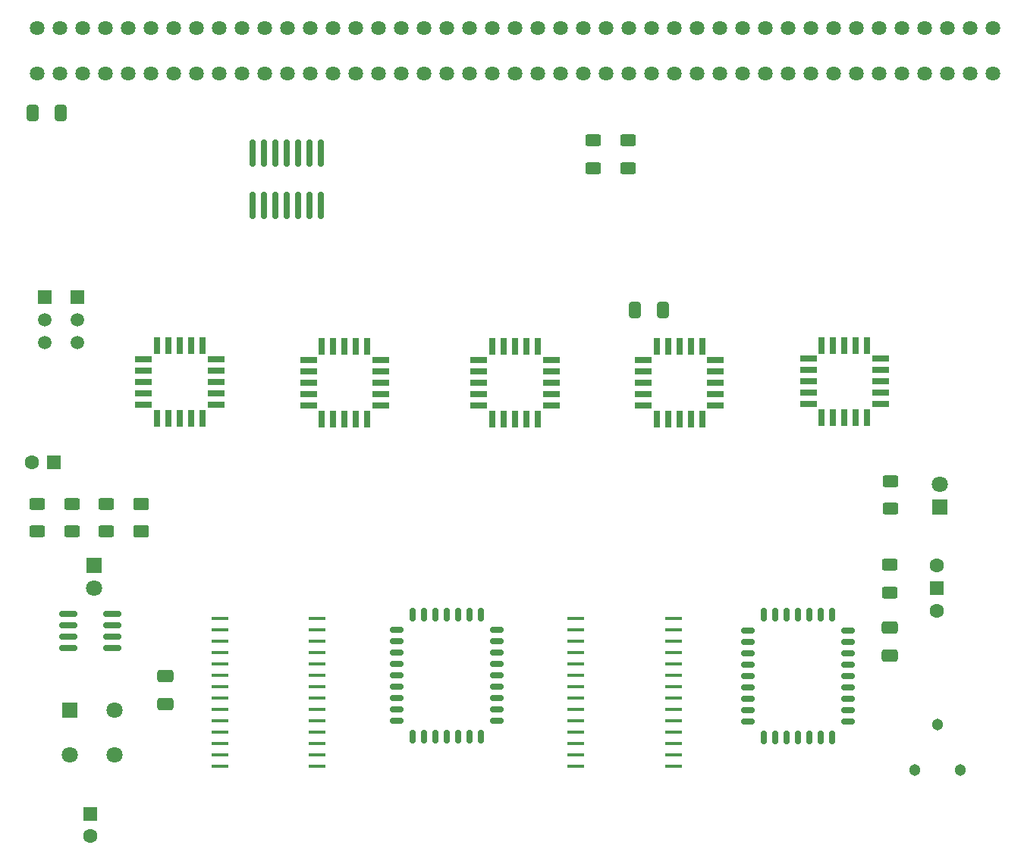
<source format=gbr>
%TF.GenerationSoftware,KiCad,Pcbnew,8.0.3*%
%TF.CreationDate,2024-09-18T06:56:09+02:00*%
%TF.ProjectId,ARIII,41524949-492e-46b6-9963-61645f706362,rev?*%
%TF.SameCoordinates,Original*%
%TF.FileFunction,Soldermask,Top*%
%TF.FilePolarity,Negative*%
%FSLAX46Y46*%
G04 Gerber Fmt 4.6, Leading zero omitted, Abs format (unit mm)*
G04 Created by KiCad (PCBNEW 8.0.3) date 2024-09-18 06:56:09*
%MOMM*%
%LPD*%
G01*
G04 APERTURE LIST*
G04 Aperture macros list*
%AMRoundRect*
0 Rectangle with rounded corners*
0 $1 Rounding radius*
0 $2 $3 $4 $5 $6 $7 $8 $9 X,Y pos of 4 corners*
0 Add a 4 corners polygon primitive as box body*
4,1,4,$2,$3,$4,$5,$6,$7,$8,$9,$2,$3,0*
0 Add four circle primitives for the rounded corners*
1,1,$1+$1,$2,$3*
1,1,$1+$1,$4,$5*
1,1,$1+$1,$6,$7*
1,1,$1+$1,$8,$9*
0 Add four rect primitives between the rounded corners*
20,1,$1+$1,$2,$3,$4,$5,0*
20,1,$1+$1,$4,$5,$6,$7,0*
20,1,$1+$1,$6,$7,$8,$9,0*
20,1,$1+$1,$8,$9,$2,$3,0*%
G04 Aperture macros list end*
%ADD10C,1.303000*%
%ADD11R,1.500000X1.500000*%
%ADD12C,1.600000*%
%ADD13C,1.500000*%
%ADD14R,1.600000X1.600000*%
%ADD15R,1.800000X1.800000*%
%ADD16C,1.800000*%
%ADD17RoundRect,0.150000X-0.150000X-0.587500X0.150000X-0.587500X0.150000X0.587500X-0.150000X0.587500X0*%
%ADD18RoundRect,0.150000X-0.587500X-0.150000X0.587500X-0.150000X0.587500X0.150000X-0.587500X0.150000X0*%
%ADD19R,0.700000X1.925000*%
%ADD20R,1.925000X0.700000*%
%ADD21RoundRect,0.250000X-0.625000X0.400000X-0.625000X-0.400000X0.625000X-0.400000X0.625000X0.400000X0*%
%ADD22RoundRect,0.250000X-0.650000X0.412500X-0.650000X-0.412500X0.650000X-0.412500X0.650000X0.412500X0*%
%ADD23C,1.635000*%
%ADD24R,1.981200X0.457200*%
%ADD25RoundRect,0.250000X0.412500X0.650000X-0.412500X0.650000X-0.412500X-0.650000X0.412500X-0.650000X0*%
%ADD26RoundRect,0.150000X-0.150000X1.350000X-0.150000X-1.350000X0.150000X-1.350000X0.150000X1.350000X0*%
%ADD27RoundRect,0.150000X-0.825000X-0.150000X0.825000X-0.150000X0.825000X0.150000X-0.825000X0.150000X0*%
%ADD28RoundRect,0.250001X0.624999X-0.462499X0.624999X0.462499X-0.624999X0.462499X-0.624999X-0.462499X0*%
G04 APERTURE END LIST*
D10*
%TO.C,VR1*%
X191090000Y-122080000D03*
X188550000Y-117000000D03*
X186010000Y-122080000D03*
%TD*%
D11*
%TO.C,SW2*%
X188500000Y-101690000D03*
D12*
X188500000Y-104230000D03*
X188500000Y-99150000D03*
%TD*%
D11*
%TO.C,Q2*%
X88900000Y-69200000D03*
D13*
X88900000Y-71740000D03*
X88900000Y-74280000D03*
%TD*%
D14*
%TO.C,C1*%
X94000000Y-126944888D03*
D12*
X94000000Y-129444888D03*
%TD*%
D15*
%TO.C,D2*%
X94450000Y-99225000D03*
D16*
X94450000Y-101765000D03*
%TD*%
D17*
%TO.C,U9*%
X133800000Y-104662500D03*
X132530000Y-104662500D03*
X131260000Y-104662500D03*
X129990000Y-104662500D03*
D18*
X128237500Y-106420000D03*
X128237500Y-107690000D03*
X128237500Y-108960000D03*
X128237500Y-110230000D03*
X128237500Y-111500000D03*
X128237500Y-112770000D03*
X128237500Y-114040000D03*
X128237500Y-115310000D03*
X128237500Y-116580000D03*
D17*
X129990000Y-118337500D03*
X131260000Y-118337500D03*
X132530000Y-118337500D03*
X133800000Y-118337500D03*
X135070000Y-118337500D03*
X136340000Y-118337500D03*
X137610000Y-118337500D03*
D18*
X139362500Y-116580000D03*
X139362500Y-115310000D03*
X139362500Y-114040000D03*
X139362500Y-112770000D03*
X139362500Y-111500000D03*
X139362500Y-110230000D03*
X139362500Y-108960000D03*
X139362500Y-107690000D03*
X139362500Y-106420000D03*
D17*
X137610000Y-104662500D03*
X136340000Y-104662500D03*
X135070000Y-104662500D03*
%TD*%
D11*
%TO.C,Q1*%
X92600000Y-69200000D03*
D13*
X92600000Y-71740000D03*
X92600000Y-74280000D03*
%TD*%
D19*
%TO.C,U4*%
X122400000Y-74697500D03*
X121130000Y-74697500D03*
X119860000Y-74697500D03*
D20*
X118347500Y-76210000D03*
X118347500Y-77480000D03*
X118347500Y-78750000D03*
X118347500Y-80020000D03*
X118347500Y-81290000D03*
D19*
X119860000Y-82802500D03*
X121130000Y-82802500D03*
X122400000Y-82802500D03*
X123670000Y-82802500D03*
X124940000Y-82802500D03*
D20*
X126452500Y-81290000D03*
X126452500Y-80020000D03*
X126452500Y-78750000D03*
X126452500Y-77480000D03*
X126452500Y-76210000D03*
D19*
X124940000Y-74697500D03*
X123670000Y-74697500D03*
%TD*%
D15*
%TO.C,SW1*%
X91677500Y-115377500D03*
D16*
X96677500Y-115377500D03*
X91677500Y-120377500D03*
X96677500Y-120377500D03*
%TD*%
D21*
%TO.C,R3*%
X183300000Y-89750000D03*
X183300000Y-92850000D03*
%TD*%
D22*
%TO.C,C2*%
X102400000Y-111587500D03*
X102400000Y-114712500D03*
%TD*%
D23*
%TO.C,CN1*%
X88060000Y-39120000D03*
X88060000Y-44200000D03*
X90600000Y-39120000D03*
X90600000Y-44200000D03*
X93140000Y-39120000D03*
X93140000Y-44200000D03*
X95680000Y-39120000D03*
X95680000Y-44200000D03*
X98220000Y-39120000D03*
X98220000Y-44200000D03*
X100760000Y-39120000D03*
X100760000Y-44200000D03*
X103300000Y-39120000D03*
X103300000Y-44200000D03*
X105840000Y-39120000D03*
X105840000Y-44200000D03*
X108380000Y-39120000D03*
X108380000Y-44200000D03*
X110920000Y-39120000D03*
X110920000Y-44200000D03*
X113460000Y-39120000D03*
X113460000Y-44200000D03*
X116000000Y-39120000D03*
X116000000Y-44200000D03*
X118540000Y-39120000D03*
X118540000Y-44200000D03*
X121080000Y-39120000D03*
X121080000Y-44200000D03*
X123620000Y-39120000D03*
X123620000Y-44200000D03*
X126160000Y-39120000D03*
X126160000Y-44200000D03*
X128700000Y-39120000D03*
X128700000Y-44200000D03*
X131240000Y-39120000D03*
X131240000Y-44200000D03*
X133780000Y-39120000D03*
X133780000Y-44200000D03*
X136320000Y-39120000D03*
X136320000Y-44200000D03*
X138860000Y-39120000D03*
X138860000Y-44200000D03*
X141400000Y-39120000D03*
X141400000Y-44200000D03*
X143940000Y-39120000D03*
X143940000Y-44200000D03*
X146480000Y-39120000D03*
X146480000Y-44200000D03*
X149020000Y-39120000D03*
X149020000Y-44200000D03*
X151560000Y-39120000D03*
X151560000Y-44200000D03*
X154100000Y-39120000D03*
X154100000Y-44200000D03*
X156640000Y-39120000D03*
X156640000Y-44200000D03*
X159180000Y-39120000D03*
X159180000Y-44200000D03*
X161720000Y-39120000D03*
X161720000Y-44200000D03*
X164260000Y-39120000D03*
X164260000Y-44200000D03*
X166800000Y-39120000D03*
X166800000Y-44200000D03*
X169340000Y-39120000D03*
X169340000Y-44200000D03*
X171880000Y-39120000D03*
X171880000Y-44200000D03*
X174420000Y-39120000D03*
X174420000Y-44200000D03*
X176960000Y-39120000D03*
X176960000Y-44200000D03*
X179500000Y-39120000D03*
X179500000Y-44200000D03*
X182040000Y-39120000D03*
X182040000Y-44200000D03*
X184580000Y-39120000D03*
X184580000Y-44200000D03*
X187120000Y-39120000D03*
X187120000Y-44200000D03*
X189660000Y-39120000D03*
X189660000Y-44200000D03*
X192200000Y-39120000D03*
X192200000Y-44200000D03*
X194740000Y-39120000D03*
X194740000Y-44200000D03*
%TD*%
D24*
%TO.C,U8*%
X148227100Y-105145000D03*
X148227100Y-106415000D03*
X148227100Y-107685000D03*
X148227100Y-108955000D03*
X148227100Y-110225000D03*
X148227100Y-111495000D03*
X148227100Y-112765000D03*
X148227100Y-114035000D03*
X148227100Y-115305000D03*
X148227100Y-116575000D03*
X148227100Y-117845000D03*
X148227100Y-119115000D03*
X148227100Y-120385000D03*
X148227100Y-121655000D03*
X159072900Y-121655000D03*
X159072900Y-120385000D03*
X159072900Y-119115000D03*
X159072900Y-117845000D03*
X159072900Y-116575000D03*
X159072900Y-115305000D03*
X159072900Y-114035000D03*
X159072900Y-112765000D03*
X159072900Y-111495000D03*
X159072900Y-110225000D03*
X159072900Y-108955000D03*
X159072900Y-107685000D03*
X159072900Y-106415000D03*
X159072900Y-105145000D03*
%TD*%
D21*
%TO.C,R1*%
X154050000Y-51700000D03*
X154050000Y-54800000D03*
%TD*%
D25*
%TO.C,C4*%
X157912500Y-70650000D03*
X154787500Y-70650000D03*
%TD*%
D21*
%TO.C,R6*%
X91950000Y-92300000D03*
X91950000Y-95400000D03*
%TD*%
D14*
%TO.C,C6*%
X89950000Y-87650000D03*
D12*
X87450000Y-87650000D03*
%TD*%
D19*
%TO.C,U3*%
X141400000Y-74697500D03*
X140130000Y-74697500D03*
X138860000Y-74697500D03*
D20*
X137347500Y-76210000D03*
X137347500Y-77480000D03*
X137347500Y-78750000D03*
X137347500Y-80020000D03*
X137347500Y-81290000D03*
D19*
X138860000Y-82802500D03*
X140130000Y-82802500D03*
X141400000Y-82802500D03*
X142670000Y-82802500D03*
X143940000Y-82802500D03*
D20*
X145452500Y-81290000D03*
X145452500Y-80020000D03*
X145452500Y-78750000D03*
X145452500Y-77480000D03*
X145452500Y-76210000D03*
D19*
X143940000Y-74697500D03*
X142670000Y-74697500D03*
%TD*%
D15*
%TO.C,D1*%
X188850000Y-92700000D03*
D16*
X188850000Y-90160000D03*
%TD*%
D19*
%TO.C,U1*%
X178200000Y-74597500D03*
X176930000Y-74597500D03*
X175660000Y-74597500D03*
D20*
X174147500Y-76110000D03*
X174147500Y-77380000D03*
X174147500Y-78650000D03*
X174147500Y-79920000D03*
X174147500Y-81190000D03*
D19*
X175660000Y-82702500D03*
X176930000Y-82702500D03*
X178200000Y-82702500D03*
X179470000Y-82702500D03*
X180740000Y-82702500D03*
D20*
X182252500Y-81190000D03*
X182252500Y-79920000D03*
X182252500Y-78650000D03*
X182252500Y-77380000D03*
X182252500Y-76110000D03*
D19*
X180740000Y-74597500D03*
X179470000Y-74597500D03*
%TD*%
%TO.C,U5*%
X104000000Y-74647500D03*
X102730000Y-74647500D03*
X101460000Y-74647500D03*
D20*
X99947500Y-76160000D03*
X99947500Y-77430000D03*
X99947500Y-78700000D03*
X99947500Y-79970000D03*
X99947500Y-81240000D03*
D19*
X101460000Y-82752500D03*
X102730000Y-82752500D03*
X104000000Y-82752500D03*
X105270000Y-82752500D03*
X106540000Y-82752500D03*
D20*
X108052500Y-81240000D03*
X108052500Y-79970000D03*
X108052500Y-78700000D03*
X108052500Y-77430000D03*
X108052500Y-76160000D03*
D19*
X106540000Y-74647500D03*
X105270000Y-74647500D03*
%TD*%
D22*
%TO.C,C3*%
X183200000Y-106137500D03*
X183200000Y-109262500D03*
%TD*%
D26*
%TO.C,U6*%
X119760000Y-53100000D03*
X118490000Y-53100000D03*
X117220000Y-53100000D03*
X115950000Y-53100000D03*
X114680000Y-53100000D03*
X113410000Y-53100000D03*
X112140000Y-53100000D03*
X112140000Y-59000000D03*
X113410000Y-59000000D03*
X114680000Y-59000000D03*
X115950000Y-59000000D03*
X117220000Y-59000000D03*
X118490000Y-59000000D03*
X119760000Y-59000000D03*
%TD*%
D27*
%TO.C,U11*%
X91525000Y-104645000D03*
X91525000Y-105915000D03*
X91525000Y-107185000D03*
X91525000Y-108455000D03*
X96475000Y-108455000D03*
X96475000Y-107185000D03*
X96475000Y-105915000D03*
X96475000Y-104645000D03*
%TD*%
D21*
%TO.C,R7*%
X88100000Y-92300000D03*
X88100000Y-95400000D03*
%TD*%
D28*
%TO.C,D3*%
X99700000Y-95337500D03*
X99700000Y-92362500D03*
%TD*%
D21*
%TO.C,R4*%
X183200000Y-99100000D03*
X183200000Y-102200000D03*
%TD*%
%TO.C,R2*%
X150150000Y-51700000D03*
X150150000Y-54800000D03*
%TD*%
D17*
%TO.C,U7*%
X173000000Y-104712500D03*
X171730000Y-104712500D03*
X170460000Y-104712500D03*
X169190000Y-104712500D03*
D18*
X167437500Y-106470000D03*
X167437500Y-107740000D03*
X167437500Y-109010000D03*
X167437500Y-110280000D03*
X167437500Y-111550000D03*
X167437500Y-112820000D03*
X167437500Y-114090000D03*
X167437500Y-115360000D03*
X167437500Y-116630000D03*
D17*
X169190000Y-118387500D03*
X170460000Y-118387500D03*
X171730000Y-118387500D03*
X173000000Y-118387500D03*
X174270000Y-118387500D03*
X175540000Y-118387500D03*
X176810000Y-118387500D03*
D18*
X178562500Y-116630000D03*
X178562500Y-115360000D03*
X178562500Y-114090000D03*
X178562500Y-112820000D03*
X178562500Y-111550000D03*
X178562500Y-110280000D03*
X178562500Y-109010000D03*
X178562500Y-107740000D03*
X178562500Y-106470000D03*
D17*
X176810000Y-104712500D03*
X175540000Y-104712500D03*
X174270000Y-104712500D03*
%TD*%
D19*
%TO.C,U2*%
X159750000Y-74697500D03*
X158480000Y-74697500D03*
X157210000Y-74697500D03*
D20*
X155697500Y-76210000D03*
X155697500Y-77480000D03*
X155697500Y-78750000D03*
X155697500Y-80020000D03*
X155697500Y-81290000D03*
D19*
X157210000Y-82802500D03*
X158480000Y-82802500D03*
X159750000Y-82802500D03*
X161020000Y-82802500D03*
X162290000Y-82802500D03*
D20*
X163802500Y-81290000D03*
X163802500Y-80020000D03*
X163802500Y-78750000D03*
X163802500Y-77480000D03*
X163802500Y-76210000D03*
D19*
X162290000Y-74697500D03*
X161020000Y-74697500D03*
%TD*%
D25*
%TO.C,C5*%
X90712500Y-48600000D03*
X87587500Y-48600000D03*
%TD*%
D24*
%TO.C,U10*%
X108477100Y-105145000D03*
X108477100Y-106415000D03*
X108477100Y-107685000D03*
X108477100Y-108955000D03*
X108477100Y-110225000D03*
X108477100Y-111495000D03*
X108477100Y-112765000D03*
X108477100Y-114035000D03*
X108477100Y-115305000D03*
X108477100Y-116575000D03*
X108477100Y-117845000D03*
X108477100Y-119115000D03*
X108477100Y-120385000D03*
X108477100Y-121655000D03*
X119322900Y-121655000D03*
X119322900Y-120385000D03*
X119322900Y-119115000D03*
X119322900Y-117845000D03*
X119322900Y-116575000D03*
X119322900Y-115305000D03*
X119322900Y-114035000D03*
X119322900Y-112765000D03*
X119322900Y-111495000D03*
X119322900Y-110225000D03*
X119322900Y-108955000D03*
X119322900Y-107685000D03*
X119322900Y-106415000D03*
X119322900Y-105145000D03*
%TD*%
D21*
%TO.C,R5*%
X95750000Y-92300000D03*
X95750000Y-95400000D03*
%TD*%
M02*

</source>
